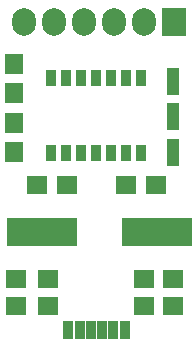
<source format=gbr>
G04 #@! TF.FileFunction,Soldermask,Top*
%FSLAX46Y46*%
G04 Gerber Fmt 4.6, Leading zero omitted, Abs format (unit mm)*
G04 Created by KiCad (PCBNEW 4.0.2-stable) date 9/4/2016 3:07:34 AM*
%MOMM*%
G01*
G04 APERTURE LIST*
%ADD10C,0.100000*%
%ADD11R,1.554000X1.804000*%
%ADD12R,1.804000X1.554000*%
%ADD13R,1.066000X0.812000*%
%ADD14R,2.031200X2.336000*%
%ADD15O,2.031200X2.336000*%
%ADD16R,1.804000X1.604000*%
%ADD17R,0.812000X1.447000*%
%ADD18R,0.944000X1.574000*%
%ADD19R,5.904700X2.404580*%
G04 APERTURE END LIST*
D10*
D11*
X141750000Y-120250000D03*
X141750000Y-122750000D03*
X141750000Y-117750000D03*
X141750000Y-115250000D03*
D12*
X152750000Y-133500000D03*
X155250000Y-133500000D03*
X152750000Y-135750000D03*
X155250000Y-135750000D03*
X151250000Y-125500000D03*
X153750000Y-125500000D03*
X146250000Y-125500000D03*
X143750000Y-125500000D03*
D13*
X155250000Y-116788800D03*
X155250000Y-117500000D03*
X155250000Y-116077600D03*
X155250000Y-119750000D03*
X155250000Y-120461200D03*
X155250000Y-119038800D03*
X155250000Y-122750000D03*
X155250000Y-123461200D03*
X155250000Y-122038800D03*
D14*
X155290000Y-111750000D03*
D15*
X152750000Y-111750000D03*
X150210000Y-111750000D03*
X147670000Y-111750000D03*
X145130000Y-111750000D03*
X142590000Y-111750000D03*
D16*
X141900000Y-133500000D03*
X144600000Y-133500000D03*
X141900000Y-135750000D03*
X144600000Y-135750000D03*
D17*
X144900000Y-122850000D03*
X146170000Y-122850000D03*
X147440000Y-122850000D03*
X148710000Y-122850000D03*
X149980000Y-122850000D03*
X151250000Y-122850000D03*
X152520000Y-122850000D03*
X152520000Y-116500000D03*
X151250000Y-116500000D03*
X148710000Y-116500000D03*
X147440000Y-116500000D03*
X146170000Y-116500000D03*
X144900000Y-116500000D03*
X149980000Y-116500000D03*
D18*
X146375000Y-137835000D03*
X148275000Y-137835000D03*
X149225000Y-137835000D03*
X147325000Y-137835000D03*
X150175000Y-137835000D03*
X151125000Y-137835000D03*
D19*
X144151140Y-129500000D03*
X153848860Y-129500000D03*
M02*

</source>
